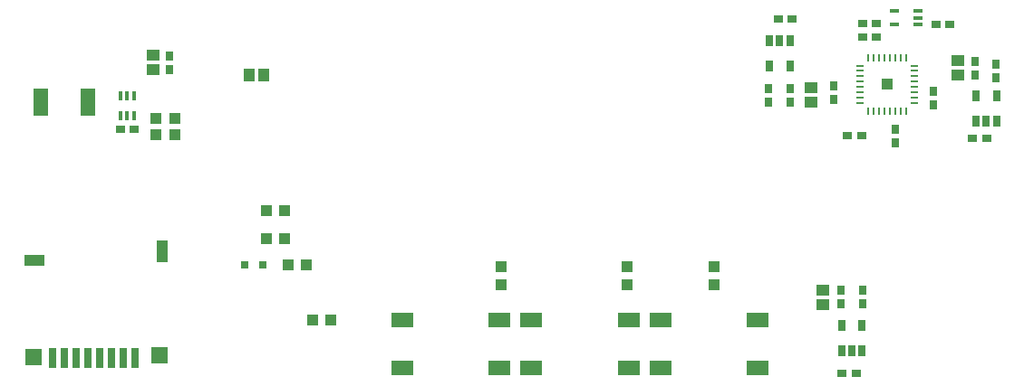
<source format=gtp>
G04*
G04 #@! TF.GenerationSoftware,Altium Limited,Altium Designer,21.9.2 (33)*
G04*
G04 Layer_Color=8421504*
%FSLAX25Y25*%
%MOIN*%
G70*
G04*
G04 #@! TF.SameCoordinates,71731F73-6267-4C2E-880F-46C8AFF31373*
G04*
G04*
G04 #@! TF.FilePolarity,Positive*
G04*
G01*
G75*
%ADD14R,0.03543X0.02756*%
%ADD15R,0.01378X0.03543*%
%ADD16R,0.05512X0.09843*%
%ADD17R,0.04331X0.03937*%
%ADD18R,0.03937X0.03937*%
%ADD19O,0.02756X0.00787*%
%ADD20O,0.00787X0.02756*%
%ADD21R,0.02559X0.04331*%
%ADD22R,0.05000X0.04000*%
%ADD23R,0.03543X0.01575*%
%ADD24R,0.02756X0.03543*%
%ADD25R,0.03150X0.03150*%
%ADD26R,0.08268X0.05512*%
%ADD27R,0.03937X0.04331*%
%ADD28R,0.03150X0.07480*%
%ADD29R,0.07284X0.03937*%
%ADD30R,0.03937X0.07874*%
%ADD31R,0.05906X0.05906*%
%ADD32R,0.04000X0.05000*%
D14*
X-352441Y-43000D02*
D03*
X-357559D02*
D03*
X-79441Y-9000D02*
D03*
X-84559D02*
D03*
X-44059Y-46500D02*
D03*
X-38941D02*
D03*
X-92059Y-133000D02*
D03*
X-86941D02*
D03*
X-84941Y-45500D02*
D03*
X-90059D02*
D03*
X-110441Y-2500D02*
D03*
X-115559D02*
D03*
X-79441Y-4000D02*
D03*
X-84559D02*
D03*
X-57559Y-4500D02*
D03*
X-52441D02*
D03*
D15*
X-357559Y-38240D02*
D03*
X-355000D02*
D03*
X-352441D02*
D03*
Y-30760D02*
D03*
X-355000D02*
D03*
X-357559D02*
D03*
D16*
X-386823Y-33000D02*
D03*
X-369500D02*
D03*
D17*
X-303847Y-73000D02*
D03*
X-297153D02*
D03*
X-303847Y-83500D02*
D03*
X-297153D02*
D03*
X-286846Y-113500D02*
D03*
X-280153D02*
D03*
X-337653Y-39000D02*
D03*
X-344346D02*
D03*
X-344346Y-45000D02*
D03*
X-337653D02*
D03*
X-289154Y-93000D02*
D03*
X-295847D02*
D03*
D18*
X-75500Y-26500D02*
D03*
D19*
X-85343Y-19610D02*
D03*
Y-21579D02*
D03*
Y-23547D02*
D03*
Y-25516D02*
D03*
Y-27484D02*
D03*
Y-29453D02*
D03*
Y-31421D02*
D03*
Y-33390D02*
D03*
X-65658D02*
D03*
Y-31421D02*
D03*
Y-29453D02*
D03*
Y-27484D02*
D03*
Y-25516D02*
D03*
Y-23547D02*
D03*
Y-21579D02*
D03*
Y-19610D02*
D03*
D20*
X-82390Y-36342D02*
D03*
X-80421D02*
D03*
X-78453D02*
D03*
X-76484D02*
D03*
X-74516D02*
D03*
X-72547D02*
D03*
X-70579D02*
D03*
X-68610D02*
D03*
Y-16657D02*
D03*
X-70579D02*
D03*
X-72547D02*
D03*
X-74516D02*
D03*
X-76484D02*
D03*
X-78453D02*
D03*
X-80421D02*
D03*
X-82390D02*
D03*
D21*
X-92240Y-124740D02*
D03*
X-88500D02*
D03*
X-84760D02*
D03*
Y-115291D02*
D03*
X-92240D02*
D03*
X-42740Y-40224D02*
D03*
X-39000D02*
D03*
X-35260D02*
D03*
Y-30776D02*
D03*
X-42740D02*
D03*
X-111260Y-10276D02*
D03*
X-115000D02*
D03*
X-118740D02*
D03*
Y-19724D02*
D03*
X-111260D02*
D03*
D22*
X-99000Y-107666D02*
D03*
Y-102366D02*
D03*
X-49500Y-23150D02*
D03*
Y-17850D02*
D03*
X-103500Y-27850D02*
D03*
Y-33150D02*
D03*
X-345500Y-15850D02*
D03*
Y-21150D02*
D03*
D23*
X-64169Y-4559D02*
D03*
Y-2000D02*
D03*
Y559D02*
D03*
X-72831D02*
D03*
Y-4559D02*
D03*
D24*
X-58500Y-28941D02*
D03*
Y-34059D02*
D03*
X-43000Y-23059D02*
D03*
Y-17941D02*
D03*
X-35500Y-24059D02*
D03*
Y-18941D02*
D03*
X-92500Y-107575D02*
D03*
Y-102457D02*
D03*
X-84500Y-107575D02*
D03*
Y-102457D02*
D03*
X-111000Y-27941D02*
D03*
Y-33059D02*
D03*
X-119000Y-27941D02*
D03*
Y-33059D02*
D03*
X-95000Y-26941D02*
D03*
Y-32059D02*
D03*
X-72500Y-48059D02*
D03*
Y-42941D02*
D03*
X-339500Y-15941D02*
D03*
Y-21059D02*
D03*
D25*
X-311748Y-93000D02*
D03*
X-305252D02*
D03*
D26*
X-170500Y-131000D02*
D03*
Y-113284D02*
D03*
X-206327Y-131000D02*
D03*
Y-113284D02*
D03*
X-218000Y-131000D02*
D03*
Y-113284D02*
D03*
X-253827Y-131000D02*
D03*
Y-113284D02*
D03*
X-123000Y-131000D02*
D03*
Y-113284D02*
D03*
X-158827Y-131000D02*
D03*
Y-113284D02*
D03*
D27*
X-171000Y-100347D02*
D03*
Y-93654D02*
D03*
X-217500Y-100347D02*
D03*
Y-93654D02*
D03*
X-139000Y-100347D02*
D03*
Y-93654D02*
D03*
D28*
X-382512Y-127551D02*
D03*
X-378181D02*
D03*
X-373850D02*
D03*
X-369520D02*
D03*
X-365189D02*
D03*
X-360858D02*
D03*
X-356528D02*
D03*
X-352197D02*
D03*
D29*
X-389209Y-91378D02*
D03*
D30*
X-342000Y-88032D02*
D03*
D31*
X-343000Y-126500D02*
D03*
X-389500Y-127000D02*
D03*
D32*
X-304850Y-23000D02*
D03*
X-310150D02*
D03*
M02*

</source>
